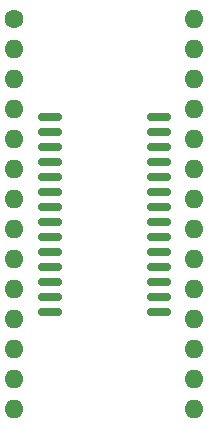
<source format=gbr>
%TF.GenerationSoftware,KiCad,Pcbnew,8.0.8*%
%TF.CreationDate,2025-02-02T11:15:27+01:00*%
%TF.ProjectId,NoTimekeeper,4e6f5469-6d65-46b6-9565-7065722e6b69,rev?*%
%TF.SameCoordinates,Original*%
%TF.FileFunction,Soldermask,Top*%
%TF.FilePolarity,Negative*%
%FSLAX46Y46*%
G04 Gerber Fmt 4.6, Leading zero omitted, Abs format (unit mm)*
G04 Created by KiCad (PCBNEW 8.0.8) date 2025-02-02 11:15:27*
%MOMM*%
%LPD*%
G01*
G04 APERTURE LIST*
G04 Aperture macros list*
%AMRoundRect*
0 Rectangle with rounded corners*
0 $1 Rounding radius*
0 $2 $3 $4 $5 $6 $7 $8 $9 X,Y pos of 4 corners*
0 Add a 4 corners polygon primitive as box body*
4,1,4,$2,$3,$4,$5,$6,$7,$8,$9,$2,$3,0*
0 Add four circle primitives for the rounded corners*
1,1,$1+$1,$2,$3*
1,1,$1+$1,$4,$5*
1,1,$1+$1,$6,$7*
1,1,$1+$1,$8,$9*
0 Add four rect primitives between the rounded corners*
20,1,$1+$1,$2,$3,$4,$5,0*
20,1,$1+$1,$4,$5,$6,$7,0*
20,1,$1+$1,$6,$7,$8,$9,0*
20,1,$1+$1,$8,$9,$2,$3,0*%
G04 Aperture macros list end*
%ADD10C,1.600000*%
%ADD11O,1.600000X1.600000*%
%ADD12RoundRect,0.150000X-0.875000X-0.150000X0.875000X-0.150000X0.875000X0.150000X-0.875000X0.150000X0*%
G04 APERTURE END LIST*
D10*
%TO.C,U4*%
X110185000Y-53505000D03*
D11*
X110185000Y-56045000D03*
X110185000Y-58585000D03*
X110185000Y-61125000D03*
X110185000Y-63665000D03*
X110185000Y-66205000D03*
X110185000Y-68745000D03*
X110185000Y-71285000D03*
X110185000Y-73825000D03*
X110185000Y-76365000D03*
X110185000Y-78905000D03*
X110185000Y-81445000D03*
X110185000Y-83985000D03*
X110185000Y-86525000D03*
X125425000Y-86525000D03*
X125425000Y-83985000D03*
X125425000Y-81445000D03*
X125425000Y-78905000D03*
X125425000Y-76365000D03*
X125425000Y-73825000D03*
X125425000Y-71285000D03*
X125425000Y-68745000D03*
X125425000Y-66205000D03*
X125425000Y-63665000D03*
X125425000Y-61125000D03*
X125425000Y-58585000D03*
X125425000Y-56045000D03*
X125425000Y-53505000D03*
%TD*%
D12*
%TO.C,U1*%
X113155000Y-61768724D03*
X113155000Y-63038724D03*
X113155000Y-64308724D03*
X113155000Y-65578724D03*
X113155000Y-66848724D03*
X113155000Y-68118724D03*
X113155000Y-69388724D03*
X113155000Y-70658724D03*
X113155000Y-71928724D03*
X113155000Y-73198724D03*
X113155000Y-74468724D03*
X113155000Y-75738724D03*
X113155000Y-77008724D03*
X113155000Y-78278724D03*
X122455000Y-78278724D03*
X122455000Y-77008724D03*
X122455000Y-75738724D03*
X122455000Y-74468724D03*
X122455000Y-73198724D03*
X122455000Y-71928724D03*
X122455000Y-70658724D03*
X122455000Y-69388724D03*
X122455000Y-68118724D03*
X122455000Y-66848724D03*
X122455000Y-65578724D03*
X122455000Y-64308724D03*
X122455000Y-63038724D03*
X122455000Y-61768724D03*
%TD*%
M02*

</source>
